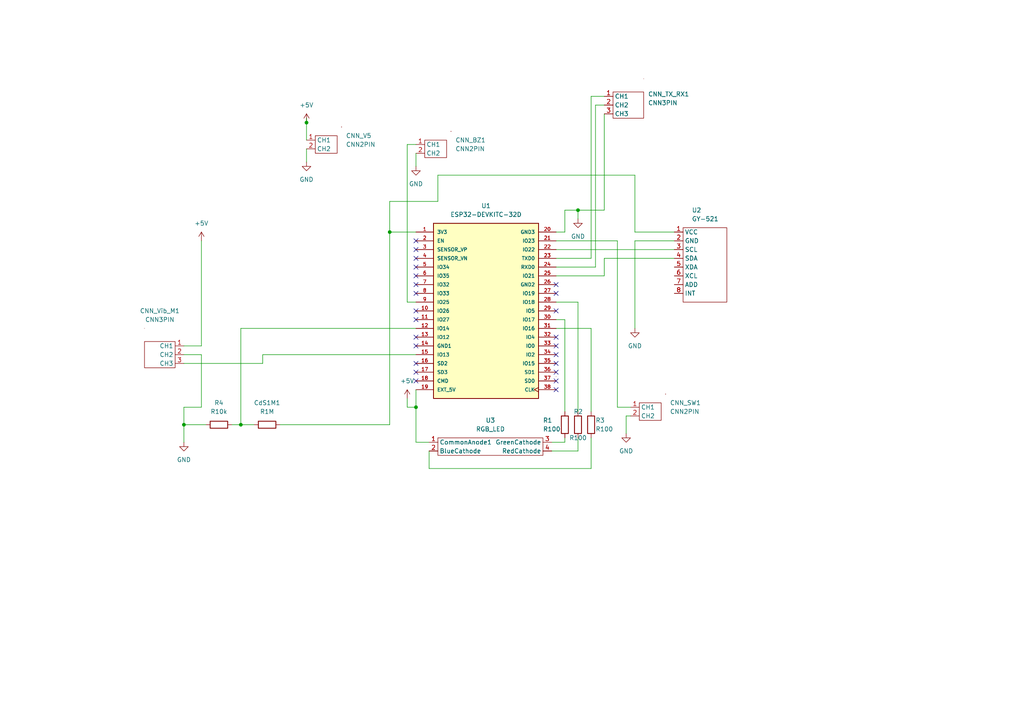
<source format=kicad_sch>
(kicad_sch (version 20211123) (generator eeschema)
  (paper "A4")
  (lib_symbols
    (symbol "CNN2PIN_1"
      (property "Reference" "CNN2" (at 0 -6.35 0))
      (property "Value" "CNN2PIN_1" (at 0 -3.81 0))
      (symbol "CNN2PIN_1_0_1"
        (rectangle (start 2.54 1.27) (end 8.89 -3.81))
        (rectangle (start 10.16 3.81) (end 10.16 3.81))
        (rectangle (start 10.16 3.81) (end 10.16 3.81))
        (rectangle (start 10.16 3.81) (end 10.16 3.81))
      )
      (symbol "CNN2PIN_1_1_1"
        (pin passive line (at 0 0 0) (length 2.54) (name "CH1") (number "1"))
        (pin passive line (at 0 -2.54 0) (length 2.54) (name "CH2") (number "2"))
      )
    )
    (symbol "Device:R" (pin_numbers hide) (pin_names (offset 0))
      (property "Reference" "R" (at 2.032 0 90))
      (property "Value" "R" (at 0 0 90))
      (symbol "R_0_1"
        (rectangle (start -1.016 -2.54) (end 1.016 2.54) (stroke (width 0.254)))
      )
      (symbol "R_1_1"
        (pin passive line (at 0 3.81 270) (length 1.27) (name "~") (number "1"))
        (pin passive line (at 0 -3.81 90) (length 1.27) (name "~") (number "2"))
      )
    )
    (symbol "New_Library:CNN2PIN"
      (property "Reference" "CNN2" (at 0 -6.35 0))
      (property "Value" "CNN2PIN" (at 0 -3.81 0))
      (symbol "CNN2PIN_0_1"
        (rectangle (start 2.54 1.27) (end 8.89 -3.81))
        (rectangle (start 10.16 3.81) (end 10.16 3.81))
        (rectangle (start 10.16 3.81) (end 10.16 3.81))
        (rectangle (start 10.16 3.81) (end 10.16 3.81))
      )
      (symbol "CNN2PIN_1_1"
        (pin passive line (at 0 0 0) (length 2.54) (name "CH1") (number "1"))
        (pin passive line (at 0 -2.54 0) (length 2.54) (name "CH2") (number "2"))
      )
    )
    (symbol "New_Library:CNN3PIN"
      (property "Reference" "CNN" (at 0 5.08 0))
      (property "Value" "CNN3PIN" (at 0 2.54 0))
      (symbol "CNN3PIN_0_1"
        (rectangle (start 2.54 1.27) (end 11.43 -6.35))
        (rectangle (start 11.43 5.08) (end 11.43 5.08))
      )
      (symbol "CNN3PIN_1_1"
        (pin passive line (at 0 0 0) (length 2.54) (name "CH1") (number "1"))
        (pin passive line (at 0 -2.54 0) (length 2.54) (name "CH2") (number "2"))
        (pin passive line (at 0 -5.08 0) (length 2.54) (name "CH3") (number "3"))
      )
    )
    (symbol "New_Library:GY-521"
      (property "Reference" "U" (at 1.27 -21.59 0))
      (property "Value" "GY-521" (at 7.62 -21.59 0))
      (symbol "GY-521_0_1"
        (rectangle (start 2.54 1.27) (end 15.24 -20.32))
        (rectangle (start 162.56 60.96) (end 162.56 60.96))
      )
      (symbol "GY-521_1_1"
        (pin power_in line (at 0 0 0) (length 2.54) (name "VCC") (number "1"))
        (pin passive line (at 0 -2.54 0) (length 2.54) (name "GND") (number "2"))
        (pin passive line (at 0 -5.08 0) (length 2.54) (name "SCL") (number "3"))
        (pin passive line (at 0 -7.62 0) (length 2.54) (name "SDA") (number "4"))
        (pin passive line (at 0 -10.16 0) (length 2.54) (name "XDA") (number "5"))
        (pin passive line (at 0 -12.7 0) (length 2.54) (name "XCL") (number "6"))
        (pin passive line (at 0 -15.24 0) (length 2.54) (name "ADD") (number "7"))
        (pin passive line (at 0 -17.78 0) (length 2.54) (name "INT") (number "8"))
      )
    )
    (symbol "New_Library:RGB_LED"
      (property "Reference" "U" (at 15.24 6.35 0))
      (property "Value" "RGB_LED" (at 19.05 3.81 0))
      (symbol "RGB_LED_0_1"
        (rectangle (start 2.54 1.27) (end 33.02 -3.81))
        (rectangle (start 36.83 19.05) (end 36.83 19.05))
      )
      (symbol "RGB_LED_1_1"
        (pin power_in line (at 0 0 0) (length 2.54) (name "CommonAnode1") (number "1"))
        (pin passive line (at 0 -2.54 0) (length 2.54) (name "BlueCathode") (number "2"))
        (pin passive line (at 35.56 0 180) (length 2.54) (name "GreenCathode") (number "3"))
        (pin passive line (at 35.56 -2.54 180) (length 2.54) (name "RedCathode") (number "4"))
      )
    )
    (symbol "hakujo:ESP32-DEVKITC-32D" (pin_names (offset 1.016))
      (property "Reference" "U" (at -15.2654 26.0604 0))
      (property "Value" "ESP32-DEVKITC-32D" (at -15.2654 -27.9654 0))
      (symbol "ESP32-DEVKITC-32D_0_0"
        (rectangle (start -15.24 -25.4) (end 15.24 25.4) (stroke (width 0.254)) (fill (type background)))
        (pin power_in line (at -20.32 22.86 0) (length 5.08) (name "3V3") (number "1"))
        (pin bidirectional line (at -20.32 0 0) (length 5.08) (name "IO26") (number "10"))
        (pin bidirectional line (at -20.32 -2.54 0) (length 5.08) (name "IO27") (number "11"))
        (pin bidirectional line (at -20.32 -5.08 0) (length 5.08) (name "IO14") (number "12"))
        (pin bidirectional line (at -20.32 -7.62 0) (length 5.08) (name "IO12") (number "13"))
        (pin power_in line (at -20.32 -10.16 0) (length 5.08) (name "GND1") (number "14"))
        (pin bidirectional line (at -20.32 -12.7 0) (length 5.08) (name "IO13") (number "15"))
        (pin bidirectional line (at -20.32 -15.24 0) (length 5.08) (name "SD2") (number "16"))
        (pin bidirectional line (at -20.32 -17.78 0) (length 5.08) (name "SD3") (number "17"))
        (pin bidirectional line (at -20.32 -20.32 0) (length 5.08) (name "CMD") (number "18"))
        (pin power_in line (at -20.32 -22.86 0) (length 5.08) (name "EXT_5V") (number "19"))
        (pin input line (at -20.32 20.32 0) (length 5.08) (name "EN") (number "2"))
        (pin power_in line (at 20.32 22.86 180) (length 5.08) (name "GND3") (number "20"))
        (pin bidirectional line (at 20.32 20.32 180) (length 5.08) (name "IO23") (number "21"))
        (pin bidirectional line (at 20.32 17.78 180) (length 5.08) (name "IO22") (number "22"))
        (pin output line (at 20.32 15.24 180) (length 5.08) (name "TXD0") (number "23"))
        (pin input line (at 20.32 12.7 180) (length 5.08) (name "RXD0") (number "24"))
        (pin bidirectional line (at 20.32 10.16 180) (length 5.08) (name "IO21") (number "25"))
        (pin power_in line (at 20.32 7.62 180) (length 5.08) (name "GND2") (number "26"))
        (pin bidirectional line (at 20.32 5.08 180) (length 5.08) (name "IO19") (number "27"))
        (pin bidirectional line (at 20.32 2.54 180) (length 5.08) (name "IO18") (number "28"))
        (pin bidirectional line (at 20.32 0 180) (length 5.08) (name "IO5") (number "29"))
        (pin input line (at -20.32 17.78 0) (length 5.08) (name "SENSOR_VP") (number "3"))
        (pin bidirectional line (at 20.32 -2.54 180) (length 5.08) (name "IO17") (number "30"))
        (pin bidirectional line (at 20.32 -5.08 180) (length 5.08) (name "IO16") (number "31"))
        (pin bidirectional line (at 20.32 -7.62 180) (length 5.08) (name "IO4") (number "32"))
        (pin bidirectional line (at 20.32 -10.16 180) (length 5.08) (name "IO0") (number "33"))
        (pin bidirectional line (at 20.32 -12.7 180) (length 5.08) (name "IO2") (number "34"))
        (pin bidirectional line (at 20.32 -15.24 180) (length 5.08) (name "IO15") (number "35"))
        (pin bidirectional line (at 20.32 -17.78 180) (length 5.08) (name "SD1") (number "36"))
        (pin bidirectional line (at 20.32 -20.32 180) (length 5.08) (name "SD0") (number "37"))
        (pin input clock (at 20.32 -22.86 180) (length 5.08) (name "CLK") (number "38"))
        (pin input line (at -20.32 15.24 0) (length 5.08) (name "SENSOR_VN") (number "4"))
        (pin bidirectional line (at -20.32 12.7 0) (length 5.08) (name "IO34") (number "5"))
        (pin bidirectional line (at -20.32 10.16 0) (length 5.08) (name "IO35") (number "6"))
        (pin bidirectional line (at -20.32 7.62 0) (length 5.08) (name "IO32") (number "7"))
        (pin bidirectional line (at -20.32 5.08 0) (length 5.08) (name "IO33") (number "8"))
        (pin bidirectional line (at -20.32 2.54 0) (length 5.08) (name "IO25") (number "9"))
      )
    )
    (symbol "power:+5V" (power) (pin_names (offset 0))
      (property "Value" "+5V" (at 0 3.556 0))
      (symbol "+5V_0_1"
        (polyline (pts (xy -0.762 1.27) (xy 0 2.54)))
        (polyline (pts (xy 0 0) (xy 0 2.54)))
        (polyline (pts (xy 0 2.54) (xy 0.762 1.27)))
      )
      (symbol "+5V_1_1"
        (pin power_in line (at 0 0 90) (length 0) hide (name "+5V") (number "1"))
      )
    )
    (symbol "power:GND" (power) (pin_names (offset 0))
      (property "Value" "GND" (at 0 -3.81 0))
      (symbol "GND_0_1"
        (polyline (pts (xy 0 0) (xy 0 -1.27) (xy 1.27 -1.27) (xy 0 -2.54) (xy -1.27 -1.27) (xy 0 -1.27)))
      )
      (symbol "GND_1_1"
        (pin power_in line (at 0 0 270) (length 0) hide (name "GND") (number "1"))
      )
    )
  )
  (junction (at 53.34 123.19))
  (junction (at 167.64 60.96))
  (junction (at 69.85 123.19))
  (junction (at 120.65 118.11))
  (junction (at 88.9 35.56))
  (junction (at 113.03 67.31))
  (no_connect (at 161.29 82.55))
  (no_connect (at 161.29 85.09))
  (no_connect (at 161.29 90.17))
  (no_connect (at 161.29 110.49))
  (no_connect (at 161.29 113.03))
  (no_connect (at 161.29 97.79))
  (no_connect (at 161.29 100.33))
  (no_connect (at 161.29 102.87))
  (no_connect (at 161.29 105.41))
  (no_connect (at 161.29 107.95))
  (no_connect (at 120.65 80.01))
  (no_connect (at 120.65 97.79))
  (no_connect (at 120.65 100.33))
  (no_connect (at 120.65 105.41))
  (no_connect (at 120.65 107.95))
  (no_connect (at 120.65 110.49))
  (no_connect (at 120.65 69.85))
  (no_connect (at 120.65 72.39))
  (no_connect (at 120.65 74.93))
  (no_connect (at 120.65 92.71))
  (no_connect (at 120.65 90.17))
  (no_connect (at 120.65 85.09))
  (no_connect (at 120.65 82.55))
  (no_connect (at 120.65 77.47))
  (wire (pts (xy 184.15 50.8) (xy 127 50.8)))
  (wire (pts (xy 118.11 87.63) (xy 120.65 87.63)))
  (wire (pts (xy 58.42 118.11) (xy 53.34 118.11)))
  (wire (pts (xy 171.45 27.94) (xy 171.45 74.93)))
  (wire (pts (xy 184.15 67.31) (xy 195.58 67.31)))
  (wire (pts (xy 167.64 87.63) (xy 167.64 119.38)))
  (wire (pts (xy 88.9 34.29) (xy 88.9 35.56)))
  (wire (pts (xy 120.65 44.45) (xy 120.65 48.26)))
  (wire (pts (xy 120.65 67.31) (xy 113.03 67.31)))
  (wire (pts (xy 167.64 127) (xy 167.64 130.81)))
  (wire (pts (xy 120.65 113.03) (xy 120.65 118.11)))
  (wire (pts (xy 113.03 58.42) (xy 113.03 67.31)))
  (wire (pts (xy 124.46 130.81) (xy 124.46 135.89)))
  (wire (pts (xy 184.15 50.8) (xy 184.15 67.31)))
  (wire (pts (xy 113.03 67.31) (xy 113.03 123.19)))
  (wire (pts (xy 161.29 77.47) (xy 172.72 77.47)))
  (wire (pts (xy 181.61 120.65) (xy 181.61 125.73)))
  (wire (pts (xy 175.26 27.94) (xy 171.45 27.94)))
  (wire (pts (xy 182.88 120.65) (xy 181.61 120.65)))
  (wire (pts (xy 161.29 69.85) (xy 179.07 69.85)))
  (wire (pts (xy 172.72 77.47) (xy 172.72 30.48)))
  (wire (pts (xy 124.46 135.89) (xy 171.45 135.89)))
  (wire (pts (xy 163.83 60.96) (xy 167.64 60.96)))
  (wire (pts (xy 88.9 43.18) (xy 88.9 46.99)))
  (wire (pts (xy 163.83 127) (xy 163.83 128.27)))
  (wire (pts (xy 69.85 95.25) (xy 69.85 123.19)))
  (wire (pts (xy 81.28 123.19) (xy 113.03 123.19)))
  (wire (pts (xy 163.83 67.31) (xy 163.83 60.96)))
  (wire (pts (xy 58.42 69.85) (xy 58.42 100.33)))
  (wire (pts (xy 127 58.42) (xy 113.03 58.42)))
  (wire (pts (xy 67.31 123.19) (xy 69.85 123.19)))
  (wire (pts (xy 171.45 127) (xy 171.45 135.89)))
  (wire (pts (xy 127 50.8) (xy 127 58.42)))
  (wire (pts (xy 53.34 123.19) (xy 53.34 128.27)))
  (wire (pts (xy 69.85 95.25) (xy 120.65 95.25)))
  (wire (pts (xy 175.26 33.02) (xy 175.26 60.96)))
  (wire (pts (xy 160.02 130.81) (xy 167.64 130.81)))
  (wire (pts (xy 175.26 80.01) (xy 175.26 74.93)))
  (wire (pts (xy 120.65 118.11) (xy 120.65 128.27)))
  (wire (pts (xy 118.11 115.57) (xy 118.11 118.11)))
  (wire (pts (xy 76.2 105.41) (xy 76.2 102.87)))
  (wire (pts (xy 76.2 102.87) (xy 120.65 102.87)))
  (wire (pts (xy 172.72 30.48) (xy 175.26 30.48)))
  (wire (pts (xy 163.83 92.71) (xy 161.29 92.71)))
  (wire (pts (xy 167.64 60.96) (xy 167.64 63.5)))
  (wire (pts (xy 88.9 35.56) (xy 88.9 40.64)))
  (wire (pts (xy 160.02 128.27) (xy 163.83 128.27)))
  (wire (pts (xy 53.34 102.87) (xy 58.42 102.87)))
  (wire (pts (xy 118.11 41.91) (xy 118.11 87.63)))
  (wire (pts (xy 163.83 119.38) (xy 163.83 92.71)))
  (wire (pts (xy 120.65 118.11) (xy 118.11 118.11)))
  (wire (pts (xy 59.69 123.19) (xy 53.34 123.19)))
  (wire (pts (xy 161.29 67.31) (xy 163.83 67.31)))
  (wire (pts (xy 53.34 105.41) (xy 76.2 105.41)))
  (wire (pts (xy 167.64 60.96) (xy 175.26 60.96)))
  (wire (pts (xy 161.29 95.25) (xy 171.45 95.25)))
  (wire (pts (xy 120.65 128.27) (xy 124.46 128.27)))
  (wire (pts (xy 161.29 87.63) (xy 167.64 87.63)))
  (wire (pts (xy 161.29 74.93) (xy 171.45 74.93)))
  (wire (pts (xy 69.85 123.19) (xy 73.66 123.19)))
  (wire (pts (xy 179.07 69.85) (xy 179.07 118.11)))
  (wire (pts (xy 179.07 118.11) (xy 182.88 118.11)))
  (wire (pts (xy 184.15 69.85) (xy 184.15 95.25)))
  (wire (pts (xy 161.29 80.01) (xy 175.26 80.01)))
  (wire (pts (xy 175.26 74.93) (xy 195.58 74.93)))
  (wire (pts (xy 118.11 41.91) (xy 120.65 41.91)))
  (wire (pts (xy 58.42 102.87) (xy 58.42 118.11)))
  (wire (pts (xy 53.34 118.11) (xy 53.34 123.19)))
  (wire (pts (xy 195.58 69.85) (xy 184.15 69.85)))
  (wire (pts (xy 171.45 95.25) (xy 171.45 119.38)))
  (wire (pts (xy 161.29 72.39) (xy 195.58 72.39)))
  (wire (pts (xy 53.34 100.33) (xy 58.42 100.33)))
  (symbol (lib_id "Device:R") (at 163.83 123.19 180) (unit 1)
    (property "Reference" "R1" (at 157.48 121.92 0) (effects (justify right)))
    (property "Value" "R100" (at 157.48 124.46 0) (effects (justify right)))
    (property "Footprint" "Library:SIP-2" (effects hide))
  )
  (symbol (lib_id "New_Library:CNN3PIN") (at 175.26 27.94 0) (unit 1)
    (property "Reference" "CNN_TX_RX1" (at 187.96 27.3049 0) (effects (justify left)))
    (property "Value" "CNN3PIN" (at 187.96 29.8449 0) (effects (justify left)))
    (property "Footprint" "Library:SIP-3" (effects hide))
  )
  (symbol (lib_id "Device:R") (at 77.47 123.19 270) (unit 1)
    (property "Reference" "CdS1M1" (at 77.47 116.84 90))
    (property "Value" "R1M" (at 77.47 119.38 90))
    (property "Footprint" "Library:SIP-2" (effects hide))
  )
  (symbol (lib_id "power:GND") (at 53.34 128.27 0) (unit 1)
    (property "Reference" "#PWR0106" (effects hide))
    (property "Value" "GND" (at 53.34 133.35 0))
  )
  (symbol (lib_id "Device:R") (at 167.64 123.19 180) (unit 1)
    (property "Reference" "R2" (at 166.37 119.38 0) (effects (justify right)))
    (property "Value" "R100" (at 165.1 127 0) (effects (justify right)))
    (property "Footprint" "Library:SIP-2" (effects hide))
  )
  (symbol (lib_id "power:GND") (at 88.9 46.99 0) (unit 1)
    (property "Reference" "#PWR0110" (effects hide))
    (property "Value" "GND" (at 88.9 52.07 0))
  )
  (symbol (lib_id "power:GND") (at 167.64 63.5 0) (unit 1)
    (property "Reference" "#PWR0102" (effects hide))
    (property "Value" "GND" (at 167.64 68.58 0))
  )
  (symbol (lib_id "New_Library:CNN2PIN") (at 182.88 118.11 0) (unit 1)
    (property "Reference" "CNN_SW1" (at 194.31 116.8399 0) (effects (justify left)))
    (property "Value" "CNN2PIN" (at 194.31 119.3799 0) (effects (justify left)))
    (property "Footprint" "Library:SIP-2" (effects hide))
  )
  (symbol (lib_name "CNN2PIN_1") (lib_id "New_Library:CNN2PIN") (at 88.9 40.64 0) (unit 1)
    (property "Reference" "CNN_V5" (at 100.33 39.3699 0) (effects (justify left)))
    (property "Value" "CNN2PIN" (at 100.33 41.9099 0) (effects (justify left)))
    (property "Footprint" "Library:SIP-2" (effects hide))
  )
  (symbol (lib_id "power:GND") (at 120.65 48.26 0) (unit 1)
    (property "Reference" "#PWR0104" (effects hide))
    (property "Value" "GND" (at 120.65 53.34 0))
  )
  (symbol (lib_id "Device:R") (at 63.5 123.19 270) (unit 1)
    (property "Reference" "R4" (at 63.5 116.84 90))
    (property "Value" "R10k" (at 63.5 119.38 90))
    (property "Footprint" "Library:SIP-2" (effects hide))
  )
  (symbol (lib_id "power:+5V") (at 88.9 35.56 0) (unit 1)
    (property "Reference" "#PWR0109" (effects hide))
    (property "Value" "+5V" (at 88.9 30.48 0))
  )
  (symbol (lib_id "New_Library:GY-521") (at 195.58 67.31 0) (unit 1)
    (property "Reference" "U2" (at 200.66 60.96 0) (effects (justify left)))
    (property "Value" "GY-521" (at 200.66 63.5 0) (effects (justify left)))
    (property "Footprint" "Library:SIP-8" (effects hide))
  )
  (symbol (lib_id "New_Library:CNN3PIN") (at 53.34 100.33 0) (mirror y) (unit 1)
    (property "Reference" "CNN_Vib_M1" (at 46.355 90.17 0))
    (property "Value" "CNN3PIN" (at 46.355 92.71 0))
    (property "Footprint" "Library:SIP-3" (effects hide))
  )
  (symbol (lib_id "power:+5V") (at 118.11 115.57 0) (unit 1)
    (property "Reference" "#PWR0103" (effects hide))
    (property "Value" "+5V" (at 118.11 110.49 0))
  )
  (symbol (lib_id "New_Library:CNN2PIN") (at 120.65 41.91 0) (unit 1)
    (property "Reference" "CNN_BZ1" (at 132.08 40.6399 0) (effects (justify left)))
    (property "Value" "CNN2PIN" (at 132.08 43.1799 0) (effects (justify left)))
    (property "Footprint" "Library:SIP-2" (effects hide))
  )
  (symbol (lib_id "hakujo:ESP32-DEVKITC-32D") (at 140.97 90.17 0) (unit 1)
    (property "Reference" "U1" (at 140.97 59.69 0))
    (property "Value" "ESP32-DEVKITC-32D" (at 140.97 62.23 0))
    (property "Footprint" "ESP32-DEVKITC-32D:MODULE_ESP32-DEVKITC-32D" (effects hide))
    (property "PARTREV" "4" (effects hide))
    (property "MANUFACTURER" "Espressif Systems" (effects hide))
  )
  (symbol (lib_id "Device:R") (at 171.45 123.19 180) (unit 1)
    (property "Reference" "R3" (at 172.72 121.92 0) (effects (justify right)))
    (property "Value" "R100" (at 172.72 124.46 0) (effects (justify right)))
    (property "Footprint" "Library:SIP-2" (effects hide))
  )
  (symbol (lib_id "power:GND") (at 184.15 95.25 0) (unit 1)
    (property "Reference" "#PWR0107" (effects hide))
    (property "Value" "GND" (at 184.15 100.33 0))
  )
  (symbol (lib_id "power:+5V") (at 58.42 69.85 0) (unit 1)
    (property "Reference" "#PWR0105" (effects hide))
    (property "Value" "+5V" (at 58.42 64.77 0))
  )
  (symbol (lib_id "New_Library:RGB_LED") (at 124.46 128.27 0) (unit 1)
    (property "Reference" "U3" (at 142.24 121.92 0))
    (property "Value" "RGB_LED" (at 142.24 124.46 0))
    (property "Footprint" "Library:DIP-4_200_ELL" (effects hide))
  )
  (symbol (lib_id "power:GND") (at 181.61 125.73 0) (unit 1)
    (property "Reference" "#PWR0108" (effects hide))
    (property "Value" "GND" (at 181.61 130.81 0))
  )
)
</source>
